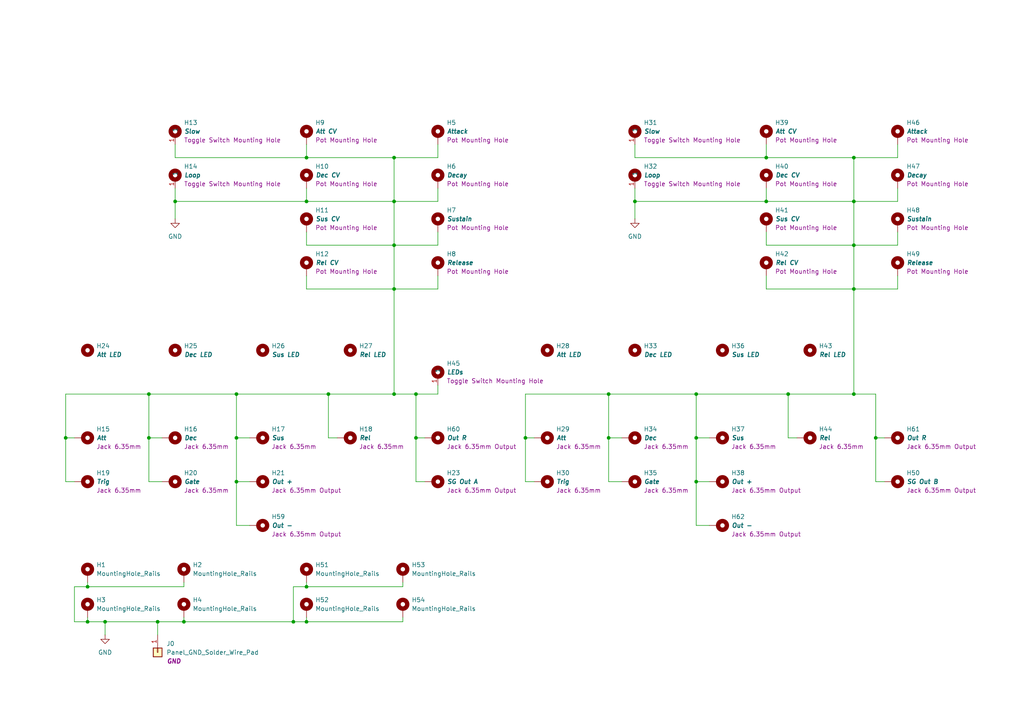
<source format=kicad_sch>
(kicad_sch (version 20250114) (generator "eeschema") (generator_version "9.0")
  (paper "A4")
  (title_block (title "Kosmo Format Front Panel - 15 cm") (company "DMH Instruments"))
  (lib_symbols
    (symbol "Mechanical:MountingHole" (pin_names (offset 1.016)) (exclude_from_sim yes) (in_bom no)
      (property "Reference" "H" (at 0 5.08 0))
      (property "Value" "MountingHole" (at 0 3.175 0))
      (symbol "MountingHole_0_1"
        (circle (center 0 0) (radius 1.27) (stroke (width 1.27)))
      )
    )
    (symbol "SynthStuff:MountingHole_Jack6.35mm_Output_v2" (pin_numbers (hide yes)) (pin_names (offset 1.016) (hide yes)) (exclude_from_sim yes) (in_bom no)
      (property "Reference" "H" (at 0 5.08 0))
      (property "Value" "SIGNAL NAME" (at 0 3.175 0))
      (property "Description" "Jack 6.35mm Output" (at 0.254 -3.302 0))
      (symbol "MountingHole_Jack6.35mm_Output_v2_0_1"
        (circle (center 0 0) (radius 1.27) (stroke (width 1.27)))
      )
      (symbol "MountingHole_Jack6.35mm_Output_v2_1_1"
        (pin input line (at -3.81 0 0) (length 2.54) (name "1") (number "1"))
      )
    )
    (symbol "SynthStuff:MountingHole_Jack6.35mm_v2" (pin_numbers (hide yes)) (pin_names (offset 1.016) (hide yes)) (exclude_from_sim yes) (in_bom no)
      (property "Reference" "H" (at 0 5.08 0))
      (property "Value" "SIGNAL NAME" (at 0 3.175 0))
      (property "Description" "Jack 6.35mm" (at 0 -3.048 0))
      (symbol "MountingHole_Jack6.35mm_v2_0_1"
        (circle (center 0 0) (radius 1.27) (stroke (width 1.27)))
      )
      (symbol "MountingHole_Jack6.35mm_v2_1_1"
        (pin input line (at -3.81 0 0) (length 2.54) (name "1") (number "1"))
      )
    )
    (symbol "SynthStuff:MountingHole_Pot" (pin_numbers (hide yes)) (pin_names (offset 1.016) (hide yes)) (exclude_from_sim yes)
      (property "Reference" "H" (at 0 6.35 0))
      (property "Value" "Function" (at 0 4.445 0))
      (property "Description" "Pot Mounting Hole" (at 0 0 0))
      (symbol "MountingHole_Pot_0_1"
        (circle (center 0 1.27) (radius 1.27) (stroke (width 1.27)))
      )
      (symbol "MountingHole_Pot_1_1"
        (pin input line (at 0 -2.54 90) (length 2.54) (name "1") (number "1"))
      )
    )
    (symbol "SynthStuff:MountingHole_Rails" (pin_numbers (hide yes)) (pin_names (offset 1.016) (hide yes)) (exclude_from_sim yes) (in_bom no)
      (property "Reference" "H" (at 0 6.35 0))
      (property "Value" "MountingHole_Rails" (at 0 4.445 0))
      (symbol "MountingHole_Rails_0_1"
        (circle (center 0 1.27) (radius 1.27) (stroke (width 1.27)))
      )
      (symbol "MountingHole_Rails_1_1"
        (pin input line (at 0 -2.54 90) (length 2.54) (name "1") (number "1"))
      )
    )
    (symbol "SynthStuff:MountingHole_ToggleSwitch" (pin_names (offset 1.016)) (exclude_from_sim yes) (in_bom no)
      (property "Reference" "H" (at 0 5.08 0))
      (property "Value" "Function" (at 0 3.175 0))
      (property "Description" "Toggle Switch Mounting Hole" (at 0 0 0))
      (symbol "MountingHole_ToggleSwitch_0_1"
        (circle (center 0 0) (radius 1.27) (stroke (width 1.27)))
      )
      (symbol "MountingHole_ToggleSwitch_1_1"
        (pin input line (at 0 -3.81 90) (length 2.54) (name "1") (number "1"))
      )
    )
    (symbol "SynthStuff:Panel_GND_Solder_Wire_Pad" (pin_names (offset 1.016) (hide yes)) (in_bom no)
      (property "Reference" "J" (at 0 2.54 0))
      (property "Value" "Panel_GND_Solder_Wire_Pad" (at 0 -5.08 0))
      (property "Function" "Panel GND" (at 0 -2.794 0))
      (symbol "Panel_GND_Solder_Wire_Pad_1_1"
        (rectangle (start -1.27 1.27) (end 1.27 -1.27) (stroke (width 0.254)) (fill (type background)))
        (rectangle (start -1.27 0.127) (end 0 -0.127) (stroke (width 0.1524)))
        (pin power_out line (at -5.08 0 0) (length 3.81) (name "Pin_1") (number "1"))
      )
    )
    (symbol "power:GND" (power) (pin_numbers (hide yes)) (pin_names (offset 0) (hide yes))
      (property "Value" "GND" (at 0 -3.81 0))
      (symbol "GND_0_1"
        (polyline (pts (xy 0 0) (xy 0 -1.27) (xy 1.27 -1.27) (xy 0 -2.54) (xy -1.27 -1.27) (xy 0 -1.27)))
      )
      (symbol "GND_1_1"
        (pin power_in line (at 0 0 270) (length 0) (name "~") (number "1"))
      )
    )
  )
  (junction (at 88.9 180.34))
  (junction (at 88.9 170.18))
  (junction (at 68.58 127))
  (junction (at 201.93 139.7))
  (junction (at 201.93 114.3))
  (junction (at 50.8 58.42))
  (junction (at 184.15 58.42))
  (junction (at 68.58 139.7))
  (junction (at 247.65 83.82))
  (junction (at 247.65 58.42))
  (junction (at 53.34 180.34))
  (junction (at 43.18 114.3))
  (junction (at 247.65 45.72))
  (junction (at 88.9 58.42))
  (junction (at 254 127))
  (junction (at 43.18 127))
  (junction (at 114.3 83.82))
  (junction (at 222.25 45.72))
  (junction (at 222.25 58.42))
  (junction (at 176.53 114.3))
  (junction (at 25.4 180.34))
  (junction (at 85.09 180.34))
  (junction (at 247.65 114.3))
  (junction (at 120.65 127))
  (junction (at 30.48 180.34))
  (junction (at 114.3 58.42))
  (junction (at 120.65 114.3))
  (junction (at 45.72 180.34))
  (junction (at 114.3 114.3))
  (junction (at 152.4 127))
  (junction (at 95.25 114.3))
  (junction (at 201.93 127))
  (junction (at 19.05 127))
  (junction (at 25.4 170.18))
  (junction (at 176.53 127))
  (junction (at 114.3 71.12))
  (junction (at 88.9 45.72))
  (junction (at 114.3 45.72))
  (junction (at 228.6 114.3))
  (junction (at 247.65 71.12))
  (junction (at 68.58 114.3))
  (wire (pts (xy 127 111.76) (xy 127 114.3)))
  (wire (pts (xy 205.74 139.7) (xy 201.93 139.7)))
  (wire (pts (xy 19.05 114.3) (xy 43.18 114.3)))
  (wire (pts (xy 114.3 71.12) (xy 114.3 83.82)))
  (wire (pts (xy 88.9 54.61) (xy 88.9 58.42)))
  (wire (pts (xy 68.58 127) (xy 72.39 127)))
  (wire (pts (xy 222.25 58.42) (xy 247.65 58.42)))
  (wire (pts (xy 127 114.3) (xy 120.65 114.3)))
  (wire (pts (xy 19.05 127) (xy 19.05 114.3)))
  (wire (pts (xy 127 83.82) (xy 127 80.01)))
  (wire (pts (xy 95.25 114.3) (xy 114.3 114.3)))
  (wire (pts (xy 53.34 179.07) (xy 53.34 180.34)))
  (wire (pts (xy 88.9 80.01) (xy 88.9 83.82)))
  (wire (pts (xy 88.9 83.82) (xy 114.3 83.82)))
  (wire (pts (xy 88.9 45.72) (xy 114.3 45.72)))
  (wire (pts (xy 176.53 127) (xy 180.34 127)))
  (wire (pts (xy 114.3 114.3) (xy 120.65 114.3)))
  (wire (pts (xy 254 127) (xy 254 114.3)))
  (wire (pts (xy 205.74 152.4) (xy 201.93 152.4)))
  (wire (pts (xy 43.18 114.3) (xy 68.58 114.3)))
  (wire (pts (xy 247.65 71.12) (xy 260.35 71.12)))
  (wire (pts (xy 95.25 127) (xy 97.79 127)))
  (wire (pts (xy 68.58 127) (xy 68.58 114.3)))
  (wire (pts (xy 184.15 45.72) (xy 222.25 45.72)))
  (wire (pts (xy 25.4 170.18) (xy 53.34 170.18)))
  (wire (pts (xy 152.4 114.3) (xy 176.53 114.3)))
  (wire (pts (xy 25.4 180.34) (xy 25.4 179.07)))
  (wire (pts (xy 53.34 180.34) (xy 85.09 180.34)))
  (wire (pts (xy 222.25 45.72) (xy 247.65 45.72)))
  (wire (pts (xy 85.09 170.18) (xy 88.9 170.18)))
  (wire (pts (xy 120.65 127) (xy 123.19 127)))
  (wire (pts (xy 127 71.12) (xy 127 67.31)))
  (wire (pts (xy 222.25 80.01) (xy 222.25 83.82)))
  (wire (pts (xy 260.35 45.72) (xy 260.35 41.91)))
  (wire (pts (xy 19.05 139.7) (xy 19.05 127)))
  (wire (pts (xy 21.59 180.34) (xy 25.4 180.34)))
  (wire (pts (xy 247.65 71.12) (xy 247.65 83.82)))
  (wire (pts (xy 114.3 71.12) (xy 127 71.12)))
  (wire (pts (xy 228.6 114.3) (xy 247.65 114.3)))
  (wire (pts (xy 201.93 139.7) (xy 201.93 127)))
  (wire (pts (xy 88.9 67.31) (xy 88.9 71.12)))
  (wire (pts (xy 114.3 58.42) (xy 127 58.42)))
  (wire (pts (xy 247.65 58.42) (xy 260.35 58.42)))
  (wire (pts (xy 201.93 127) (xy 201.93 114.3)))
  (wire (pts (xy 45.72 180.34) (xy 45.72 184.15)))
  (wire (pts (xy 95.25 114.3) (xy 95.25 127)))
  (wire (pts (xy 116.84 179.07) (xy 116.84 180.34)))
  (wire (pts (xy 247.65 45.72) (xy 260.35 45.72)))
  (wire (pts (xy 88.9 71.12) (xy 114.3 71.12)))
  (wire (pts (xy 228.6 127) (xy 231.14 127)))
  (wire (pts (xy 222.25 67.31) (xy 222.25 71.12)))
  (wire (pts (xy 46.99 139.7) (xy 43.18 139.7)))
  (wire (pts (xy 176.53 127) (xy 176.53 114.3)))
  (wire (pts (xy 260.35 71.12) (xy 260.35 67.31)))
  (wire (pts (xy 180.34 139.7) (xy 176.53 139.7)))
  (wire (pts (xy 222.25 41.91) (xy 222.25 45.72)))
  (wire (pts (xy 50.8 54.61) (xy 50.8 58.42)))
  (wire (pts (xy 88.9 180.34) (xy 116.84 180.34)))
  (wire (pts (xy 123.19 139.7) (xy 120.65 139.7)))
  (wire (pts (xy 72.39 139.7) (xy 68.58 139.7)))
  (wire (pts (xy 21.59 170.18) (xy 25.4 170.18)))
  (wire (pts (xy 114.3 58.42) (xy 114.3 71.12)))
  (wire (pts (xy 254 139.7) (xy 254 127)))
  (wire (pts (xy 114.3 45.72) (xy 114.3 58.42)))
  (wire (pts (xy 85.09 180.34) (xy 88.9 180.34)))
  (wire (pts (xy 184.15 58.42) (xy 184.15 63.5)))
  (wire (pts (xy 260.35 58.42) (xy 260.35 54.61)))
  (wire (pts (xy 152.4 127) (xy 152.4 114.3)))
  (wire (pts (xy 72.39 152.4) (xy 68.58 152.4)))
  (wire (pts (xy 228.6 114.3) (xy 228.6 127)))
  (wire (pts (xy 88.9 41.91) (xy 88.9 45.72)))
  (wire (pts (xy 201.93 114.3) (xy 228.6 114.3)))
  (wire (pts (xy 30.48 180.34) (xy 30.48 184.15)))
  (wire (pts (xy 114.3 83.82) (xy 127 83.82)))
  (wire (pts (xy 254 127) (xy 256.54 127)))
  (wire (pts (xy 21.59 170.18) (xy 21.59 180.34)))
  (wire (pts (xy 88.9 58.42) (xy 114.3 58.42)))
  (wire (pts (xy 222.25 83.82) (xy 247.65 83.82)))
  (wire (pts (xy 53.34 168.91) (xy 53.34 170.18)))
  (wire (pts (xy 68.58 114.3) (xy 95.25 114.3)))
  (wire (pts (xy 154.94 127) (xy 152.4 127)))
  (wire (pts (xy 50.8 58.42) (xy 88.9 58.42)))
  (wire (pts (xy 256.54 139.7) (xy 254 139.7)))
  (wire (pts (xy 120.65 127) (xy 120.65 114.3)))
  (wire (pts (xy 247.65 45.72) (xy 247.65 58.42)))
  (wire (pts (xy 43.18 127) (xy 46.99 127)))
  (wire (pts (xy 68.58 152.4) (xy 68.58 139.7)))
  (wire (pts (xy 50.8 45.72) (xy 88.9 45.72)))
  (wire (pts (xy 222.25 54.61) (xy 222.25 58.42)))
  (wire (pts (xy 88.9 170.18) (xy 88.9 168.91)))
  (wire (pts (xy 201.93 127) (xy 205.74 127)))
  (wire (pts (xy 116.84 168.91) (xy 116.84 170.18)))
  (wire (pts (xy 260.35 83.82) (xy 260.35 80.01)))
  (wire (pts (xy 25.4 170.18) (xy 25.4 168.91)))
  (wire (pts (xy 247.65 114.3) (xy 254 114.3)))
  (wire (pts (xy 21.59 127) (xy 19.05 127)))
  (wire (pts (xy 184.15 41.91) (xy 184.15 45.72)))
  (wire (pts (xy 114.3 45.72) (xy 127 45.72)))
  (wire (pts (xy 120.65 139.7) (xy 120.65 127)))
  (wire (pts (xy 176.53 139.7) (xy 176.53 127)))
  (wire (pts (xy 68.58 139.7) (xy 68.58 127)))
  (wire (pts (xy 50.8 58.42) (xy 50.8 63.5)))
  (wire (pts (xy 184.15 54.61) (xy 184.15 58.42)))
  (wire (pts (xy 176.53 114.3) (xy 201.93 114.3)))
  (wire (pts (xy 45.72 180.34) (xy 53.34 180.34)))
  (wire (pts (xy 184.15 58.42) (xy 222.25 58.42)))
  (wire (pts (xy 50.8 41.91) (xy 50.8 45.72)))
  (wire (pts (xy 88.9 170.18) (xy 116.84 170.18)))
  (wire (pts (xy 127 45.72) (xy 127 41.91)))
  (wire (pts (xy 154.94 139.7) (xy 152.4 139.7)))
  (wire (pts (xy 247.65 83.82) (xy 260.35 83.82)))
  (wire (pts (xy 25.4 180.34) (xy 30.48 180.34)))
  (wire (pts (xy 114.3 83.82) (xy 114.3 114.3)))
  (wire (pts (xy 21.59 139.7) (xy 19.05 139.7)))
  (wire (pts (xy 152.4 139.7) (xy 152.4 127)))
  (wire (pts (xy 247.65 83.82) (xy 247.65 114.3)))
  (wire (pts (xy 88.9 180.34) (xy 88.9 179.07)))
  (wire (pts (xy 247.65 58.42) (xy 247.65 71.12)))
  (wire (pts (xy 127 58.42) (xy 127 54.61)))
  (wire (pts (xy 222.25 71.12) (xy 247.65 71.12)))
  (wire (pts (xy 201.93 139.7) (xy 201.93 152.4)))
  (wire (pts (xy 43.18 127) (xy 43.18 114.3)))
  (wire (pts (xy 43.18 139.7) (xy 43.18 127)))
  (wire (pts (xy 85.09 170.18) (xy 85.09 180.34)))
  (wire (pts (xy 30.48 180.34) (xy 45.72 180.34)))
  (symbol (lib_id "SynthStuff:MountingHole_Pot") (at 127 64.77 0) (unit 1)
    (property "Reference" "H7" (at 129.54 60.9599 0) (effects (justify left)))
    (property "Value" "Sustain" (at 129.54 63.5 0) (effects (font (thickness 0.254) (bold yes) (italic yes)) (justify left)))
    (property "Footprint" "SynthStuff:Pot_Cutout_Small" (effects (hide yes)))
    (property "Description" "Pot Mounting Hole" (at 129.54 66.0399 0) (effects (justify left)))
  )
  (symbol (lib_id "SynthStuff:MountingHole_Pot") (at 88.9 64.77 0) (unit 1)
    (property "Reference" "H11" (at 91.44 60.9599 0) (effects (justify left)))
    (property "Value" "Sus CV" (at 91.44 63.5 0) (effects (font (thickness 0.254) (bold yes) (italic yes)) (justify left)))
    (property "Footprint" "SynthStuff:Pot_Cutout_Tiny_attv_P110KH1" (effects (hide yes)))
    (property "Description" "Pot Mounting Hole" (at 91.44 66.0399 0) (effects (justify left)))
  )
  (symbol (lib_id "SynthStuff:MountingHole_Rails") (at 53.34 166.37 0) (unit 1) (in_bom no)
    (property "Reference" "H2" (at 55.88 163.8299 0) (effects (justify left)))
    (property "Value" "MountingHole_Rails" (at 55.88 166.3699 0) (effects (justify left)))
    (property "Footprint" "SynthStuff:MountingHole_Rails" (effects (hide yes)))
    (property "Description" "Mounting Hole with connection" (effects (hide yes)))
  )
  (symbol (lib_id "SynthStuff:MountingHole_Pot") (at 222.25 64.77 0) (unit 1)
    (property "Reference" "H41" (at 224.79 60.9599 0) (effects (justify left)))
    (property "Value" "Sus CV" (at 224.79 63.5 0) (effects (font (thickness 0.254) (bold yes) (italic yes)) (justify left)))
    (property "Footprint" "SynthStuff:Pot_Cutout_Tiny_attv_P110KH1" (effects (hide yes)))
    (property "Description" "Pot Mounting Hole" (at 224.79 66.0399 0) (effects (justify left)))
  )
  (symbol (lib_id "SynthStuff:MountingHole_Pot") (at 88.9 77.47 0) (unit 1)
    (property "Reference" "H12" (at 91.44 73.6599 0) (effects (justify left)))
    (property "Value" "Rel CV" (at 91.44 76.2 0) (effects (font (thickness 0.254) (bold yes) (italic yes)) (justify left)))
    (property "Footprint" "SynthStuff:Pot_Cutout_Tiny_attv_P110KH1" (effects (hide yes)))
    (property "Description" "Pot Mounting Hole" (at 91.44 78.7399 0) (effects (justify left)))
  )
  (symbol (lib_id "SynthStuff:MountingHole_Jack6.35mm_v2") (at 234.95 127 0) (unit 1) (in_bom no)
    (property "Reference" "H44" (at 237.49 124.4599 0) (effects (justify left)))
    (property "Value" "Rel" (at 237.49 127 0) (effects (font (thickness 0.254) (bold yes) (italic yes)) (justify left)))
    (property "Footprint" "SynthStuff:Jack_6.35mm_Cutout_v3" (effects (hide yes)))
    (property "Description" "Jack 6.35mm" (at 237.49 129.5399 0) (effects (justify left)))
  )
  (symbol (lib_id "SynthStuff:MountingHole_Pot") (at 88.9 39.37 0) (unit 1)
    (property "Reference" "H9" (at 91.44 35.5599 0) (effects (justify left)))
    (property "Value" "Att CV" (at 91.44 38.1 0) (effects (font (thickness 0.254) (bold yes) (italic yes)) (justify left)))
    (property "Footprint" "SynthStuff:Pot_Cutout_Tiny_attv_P110KH1" (effects (hide yes)))
    (property "Description" "Pot Mounting Hole" (at 91.44 40.6399 0) (effects (justify left)))
  )
  (symbol (lib_id "SynthStuff:MountingHole_Jack6.35mm_v2") (at 76.2 127 0) (unit 1) (in_bom no)
    (property "Reference" "H17" (at 78.74 124.4599 0) (effects (justify left)))
    (property "Value" "Sus" (at 78.74 127 0) (effects (font (thickness 0.254) (bold yes) (italic yes)) (justify left)))
    (property "Footprint" "SynthStuff:Jack_6.35mm_Cutout_v3" (effects (hide yes)))
    (property "Description" "Jack 6.35mm" (at 78.74 129.5399 0) (effects (justify left)))
  )
  (symbol (lib_id "SynthStuff:MountingHole_Pot") (at 260.35 39.37 0) (unit 1)
    (property "Reference" "H46" (at 262.89 35.5599 0) (effects (justify left)))
    (property "Value" "Attack" (at 262.89 38.1 0) (effects (font (thickness 0.254) (bold yes) (italic yes)) (justify left)))
    (property "Footprint" "SynthStuff:Pot_Cutout_Small" (effects (hide yes)))
    (property "Description" "Pot Mounting Hole" (at 262.89 40.6399 0) (effects (justify left)))
  )
  (symbol (lib_id "SynthStuff:MountingHole_Jack6.35mm_v2") (at 50.8 139.7 0) (unit 1) (in_bom no)
    (property "Reference" "H20" (at 53.34 137.1599 0) (effects (justify left)))
    (property "Value" "Gate" (at 53.34 139.7 0) (effects (font (thickness 0.254) (bold yes) (italic yes)) (justify left)))
    (property "Footprint" "SynthStuff:Jack_6.35mm_Cutout_v3" (effects (hide yes)))
    (property "Description" "Jack 6.35mm" (at 53.34 142.2399 0) (effects (justify left)))
  )
  (symbol (lib_id "SynthStuff:MountingHole_Pot") (at 260.35 77.47 0) (unit 1)
    (property "Reference" "H49" (at 262.89 73.6599 0) (effects (justify left)))
    (property "Value" "Release" (at 262.89 76.2 0) (effects (font (thickness 0.254) (bold yes) (italic yes)) (justify left)))
    (property "Footprint" "SynthStuff:Pot_Cutout_Small" (effects (hide yes)))
    (property "Description" "Pot Mounting Hole" (at 262.89 78.7399 0) (effects (justify left)))
  )
  (symbol (lib_id "SynthStuff:MountingHole_Jack6.35mm_Output_v2") (at 76.2 152.4 0) (unit 1) (in_bom no)
    (property "Reference" "H59" (at 78.74 149.8599 0) (effects (justify left)))
    (property "Value" "Out -" (at 78.74 152.4 0) (effects (font (thickness 0.254) (bold yes) (italic yes)) (justify left)))
    (property "Footprint" "SynthStuff:Jack_6.35mm_Cutout_Output_v6" (effects (hide yes)))
    (property "Description" "Jack 6.35mm Output" (at 78.74 154.9399 0) (effects (justify left)))
  )
  (symbol (lib_id "Mechanical:MountingHole") (at 209.55 101.6 0) (unit 1) (in_bom no)
    (property "Reference" "H36" (at 212.09 100.3299 0) (effects (justify left)))
    (property "Value" "Sus LED" (at 212.09 102.87 0) (effects (font (thickness 0.254) (bold yes) (italic yes)) (justify left)))
    (property "Footprint" "SynthStuff:MountingHole_LED_3mm" (effects (hide yes)))
    (property "Description" "Mounting Hole without connection" (effects (hide yes)))
  )
  (symbol (lib_id "Mechanical:MountingHole") (at 101.6 101.6 0) (unit 1) (in_bom no)
    (property "Reference" "H27" (at 104.14 100.3299 0) (effects (justify left)))
    (property "Value" "Rel LED" (at 104.14 102.87 0) (effects (font (thickness 0.254) (bold yes) (italic yes)) (justify left)))
    (property "Footprint" "SynthStuff:MountingHole_LED_3mm" (effects (hide yes)))
    (property "Description" "Mounting Hole without connection" (effects (hide yes)))
  )
  (symbol (lib_id "SynthStuff:MountingHole_ToggleSwitch") (at 50.8 38.1 0) (unit 1) (in_bom no)
    (property "Reference" "H13" (at 53.34 35.5599 0) (effects (justify left)))
    (property "Value" "Slow" (at 53.34 38.1 0) (effects (font (thickness 0.254) (bold yes) (italic yes)) (justify left)))
    (property "Footprint" "SynthStuff:Toggle_Switch_TE_Cutout" (effects (hide yes)))
    (property "Description" "Toggle Switch Mounting Hole" (at 53.34 40.6399 0) (effects (justify left)))
  )
  (symbol (lib_id "Mechanical:MountingHole") (at 50.8 101.6 0) (unit 1) (in_bom no)
    (property "Reference" "H25" (at 53.34 100.3299 0) (effects (justify left)))
    (property "Value" "Dec LED" (at 53.34 102.87 0) (effects (font (thickness 0.254) (bold yes) (italic yes)) (justify left)))
    (property "Footprint" "SynthStuff:MountingHole_LED_3mm" (effects (hide yes)))
    (property "Description" "Mounting Hole without connection" (effects (hide yes)))
  )
  (symbol (lib_id "SynthStuff:MountingHole_Pot") (at 222.25 52.07 0) (unit 1)
    (property "Reference" "H40" (at 224.79 48.2599 0) (effects (justify left)))
    (property "Value" "Dec CV" (at 224.79 50.8 0) (effects (font (thickness 0.254) (bold yes) (italic yes)) (justify left)))
    (property "Footprint" "SynthStuff:Pot_Cutout_Tiny_attv_P110KH1" (effects (hide yes)))
    (property "Description" "Pot Mounting Hole" (at 224.79 53.3399 0) (effects (justify left)))
  )
  (symbol (lib_id "SynthStuff:MountingHole_Pot") (at 127 52.07 0) (unit 1)
    (property "Reference" "H6" (at 129.54 48.2599 0) (effects (justify left)))
    (property "Value" "Decay" (at 129.54 50.8 0) (effects (font (thickness 0.254) (bold yes) (italic yes)) (justify left)))
    (property "Footprint" "SynthStuff:Pot_Cutout_Small" (effects (hide yes)))
    (property "Description" "Pot Mounting Hole" (at 129.54 53.3399 0) (effects (justify left)))
  )
  (symbol (lib_id "SynthStuff:MountingHole_ToggleSwitch") (at 50.8 50.8 0) (unit 1) (in_bom no)
    (property "Reference" "H14" (at 53.34 48.2599 0) (effects (justify left)))
    (property "Value" "Loop" (at 53.34 50.8 0) (effects (font (thickness 0.254) (bold yes) (italic yes)) (justify left)))
    (property "Footprint" "SynthStuff:Toggle_Switch_TE_Cutout" (effects (hide yes)))
    (property "Description" "Toggle Switch Mounting Hole" (at 53.34 53.3399 0) (effects (justify left)))
  )
  (symbol (lib_id "SynthStuff:MountingHole_Pot") (at 222.25 77.47 0) (unit 1)
    (property "Reference" "H42" (at 224.79 73.6599 0) (effects (justify left)))
    (property "Value" "Rel CV" (at 224.79 76.2 0) (effects (font (thickness 0.254) (bold yes) (italic yes)) (justify left)))
    (property "Footprint" "SynthStuff:Pot_Cutout_Tiny_attv_P110KH1" (effects (hide yes)))
    (property "Description" "Pot Mounting Hole" (at 224.79 78.7399 0) (effects (justify left)))
  )
  (symbol (lib_id "power:GND") (at 30.48 184.15 0) (unit 1)
    (property "Reference" "#PWR01" (effects (hide yes)))
    (property "Value" "GND" (at 30.48 189.23 0))
    (property "Description" "Power symbol creates a global label with name \"GND\" , ground" (effects (hide yes)))
  )
  (symbol (lib_id "power:GND") (at 50.8 63.5 0) (unit 1)
    (property "Reference" "#PWR02" (effects (hide yes)))
    (property "Value" "GND" (at 50.8 68.58 0))
    (property "Description" "Power symbol creates a global label with name \"GND\" , ground" (effects (hide yes)))
  )
  (symbol (lib_id "SynthStuff:MountingHole_Jack6.35mm_v2") (at 184.15 127 0) (unit 1) (in_bom no)
    (property "Reference" "H34" (at 186.69 124.4599 0) (effects (justify left)))
    (property "Value" "Dec" (at 186.69 127 0) (effects (font (thickness 0.254) (bold yes) (italic yes)) (justify left)))
    (property "Footprint" "SynthStuff:Jack_6.35mm_Cutout_v3" (effects (hide yes)))
    (property "Description" "Jack 6.35mm" (at 186.69 129.5399 0) (effects (justify left)))
  )
  (symbol (lib_id "SynthStuff:MountingHole_ToggleSwitch") (at 184.15 50.8 0) (unit 1) (in_bom no)
    (property "Reference" "H32" (at 186.69 48.2599 0) (effects (justify left)))
    (property "Value" "Loop" (at 186.69 50.8 0) (effects (font (thickness 0.254) (bold yes) (italic yes)) (justify left)))
    (property "Footprint" "SynthStuff:Toggle_Switch_TE_Cutout" (effects (hide yes)))
    (property "Description" "Toggle Switch Mounting Hole" (at 186.69 53.3399 0) (effects (justify left)))
  )
  (symbol (lib_id "SynthStuff:MountingHole_Pot") (at 127 39.37 0) (unit 1)
    (property "Reference" "H5" (at 129.54 35.5599 0) (effects (justify left)))
    (property "Value" "Attack" (at 129.54 38.1 0) (effects (font (thickness 0.254) (bold yes) (italic yes)) (justify left)))
    (property "Footprint" "SynthStuff:Pot_Cutout_Small" (effects (hide yes)))
    (property "Description" "Pot Mounting Hole" (at 129.54 40.6399 0) (effects (justify left)))
  )
  (symbol (lib_id "SynthStuff:MountingHole_Jack6.35mm_v2") (at 158.75 127 0) (unit 1) (in_bom no)
    (property "Reference" "H29" (at 161.29 124.4599 0) (effects (justify left)))
    (property "Value" "Att" (at 161.29 127 0) (effects (font (thickness 0.254) (bold yes) (italic yes)) (justify left)))
    (property "Footprint" "SynthStuff:Jack_6.35mm_Cutout_v3" (effects (hide yes)))
    (property "Description" "Jack 6.35mm" (at 161.29 129.5399 0) (effects (justify left)))
  )
  (symbol (lib_id "SynthStuff:MountingHole_Jack6.35mm_v2") (at 25.4 127 0) (unit 1) (in_bom no)
    (property "Reference" "H15" (at 27.94 124.4599 0) (effects (justify left)))
    (property "Value" "Att" (at 27.94 127 0) (effects (font (thickness 0.254) (bold yes) (italic yes)) (justify left)))
    (property "Footprint" "SynthStuff:Jack_6.35mm_Cutout_v3" (effects (hide yes)))
    (property "Description" "Jack 6.35mm" (at 27.94 129.5399 0) (effects (justify left)))
  )
  (symbol (lib_id "SynthStuff:MountingHole_Pot") (at 260.35 64.77 0) (unit 1)
    (property "Reference" "H48" (at 262.89 60.9599 0) (effects (justify left)))
    (property "Value" "Sustain" (at 262.89 63.5 0) (effects (font (thickness 0.254) (bold yes) (italic yes)) (justify left)))
    (property "Footprint" "SynthStuff:Pot_Cutout_Small" (effects (hide yes)))
    (property "Description" "Pot Mounting Hole" (at 262.89 66.0399 0) (effects (justify left)))
  )
  (symbol (lib_id "SynthStuff:MountingHole_Jack6.35mm_v2") (at 184.15 139.7 0) (unit 1) (in_bom no)
    (property "Reference" "H35" (at 186.69 137.1599 0) (effects (justify left)))
    (property "Value" "Gate" (at 186.69 139.7 0) (effects (font (thickness 0.254) (bold yes) (italic yes)) (justify left)))
    (property "Footprint" "SynthStuff:Jack_6.35mm_Cutout_v3" (effects (hide yes)))
    (property "Description" "Jack 6.35mm" (at 186.69 142.2399 0) (effects (justify left)))
  )
  (symbol (lib_id "SynthStuff:MountingHole_Jack6.35mm_v2") (at 50.8 127 0) (unit 1) (in_bom no)
    (property "Reference" "H16" (at 53.34 124.4599 0) (effects (justify left)))
    (property "Value" "Dec" (at 53.34 127 0) (effects (font (thickness 0.254) (bold yes) (italic yes)) (justify left)))
    (property "Footprint" "SynthStuff:Jack_6.35mm_Cutout_v3" (effects (hide yes)))
    (property "Description" "Jack 6.35mm" (at 53.34 129.5399 0) (effects (justify left)))
  )
  (symbol (lib_id "Mechanical:MountingHole") (at 25.4 101.6 0) (unit 1) (in_bom no)
    (property "Reference" "H24" (at 27.94 100.3299 0) (effects (justify left)))
    (property "Value" "Att LED" (at 27.94 102.87 0) (effects (font (thickness 0.254) (bold yes) (italic yes)) (justify left)))
    (property "Footprint" "SynthStuff:MountingHole_LED_3mm" (effects (hide yes)))
    (property "Description" "Mounting Hole without connection" (effects (hide yes)))
  )
  (symbol (lib_id "SynthStuff:MountingHole_Rails") (at 116.84 176.53 0) (unit 1) (in_bom no)
    (property "Reference" "H54" (at 119.38 173.9899 0) (effects (justify left)))
    (property "Value" "MountingHole_Rails" (at 119.38 176.5299 0) (effects (justify left)))
    (property "Footprint" "SynthStuff:MountingHole_Rails" (effects (hide yes)))
    (property "Description" "Mounting Hole with connection" (effects (hide yes)))
  )
  (symbol (lib_id "SynthStuff:MountingHole_Pot") (at 260.35 52.07 0) (unit 1)
    (property "Reference" "H47" (at 262.89 48.2599 0) (effects (justify left)))
    (property "Value" "Decay" (at 262.89 50.8 0) (effects (font (thickness 0.254) (bold yes) (italic yes)) (justify left)))
    (property "Footprint" "SynthStuff:Pot_Cutout_Small" (effects (hide yes)))
    (property "Description" "Pot Mounting Hole" (at 262.89 53.3399 0) (effects (justify left)))
  )
  (symbol (lib_id "SynthStuff:MountingHole_Jack6.35mm_v2") (at 209.55 127 0) (unit 1) (in_bom no)
    (property "Reference" "H37" (at 212.09 124.4599 0) (effects (justify left)))
    (property "Value" "Sus" (at 212.09 127 0) (effects (font (thickness 0.254) (bold yes) (italic yes)) (justify left)))
    (property "Footprint" "SynthStuff:Jack_6.35mm_Cutout_v3" (effects (hide yes)))
    (property "Description" "Jack 6.35mm" (at 212.09 129.5399 0) (effects (justify left)))
  )
  (symbol (lib_id "SynthStuff:MountingHole_Jack6.35mm_v2") (at 101.6 127 0) (unit 1) (in_bom no)
    (property "Reference" "H18" (at 104.14 124.4599 0) (effects (justify left)))
    (property "Value" "Rel" (at 104.14 127 0) (effects (font (thickness 0.254) (bold yes) (italic yes)) (justify left)))
    (property "Footprint" "SynthStuff:Jack_6.35mm_Cutout_v3" (effects (hide yes)))
    (property "Description" "Jack 6.35mm" (at 104.14 129.5399 0) (effects (justify left)))
  )
  (symbol (lib_id "Mechanical:MountingHole") (at 76.2 101.6 0) (unit 1) (in_bom no)
    (property "Reference" "H26" (at 78.74 100.3299 0) (effects (justify left)))
    (property "Value" "Sus LED" (at 78.74 102.87 0) (effects (font (thickness 0.254) (bold yes) (italic yes)) (justify left)))
    (property "Footprint" "SynthStuff:MountingHole_LED_3mm" (effects (hide yes)))
    (property "Description" "Mounting Hole without connection" (effects (hide yes)))
  )
  (symbol (lib_id "SynthStuff:MountingHole_Rails") (at 116.84 166.37 0) (unit 1) (in_bom no)
    (property "Reference" "H53" (at 119.38 163.8299 0) (effects (justify left)))
    (property "Value" "MountingHole_Rails" (at 119.38 166.3699 0) (effects (justify left)))
    (property "Footprint" "SynthStuff:MountingHole_Rails" (effects (hide yes)))
    (property "Description" "Mounting Hole with connection" (effects (hide yes)))
  )
  (symbol (lib_id "SynthStuff:MountingHole_Jack6.35mm_Output_v2") (at 76.2 139.7 0) (unit 1) (in_bom no)
    (property "Reference" "H21" (at 78.74 137.1599 0) (effects (justify left)))
    (property "Value" "Out +" (at 78.74 139.7 0) (effects (font (thickness 0.254) (bold yes) (italic yes)) (justify left)))
    (property "Footprint" "SynthStuff:Jack_6.35mm_Cutout_Output_v6" (effects (hide yes)))
    (property "Description" "Jack 6.35mm Output" (at 78.74 142.2399 0) (effects (justify left)))
  )
  (symbol (lib_id "SynthStuff:MountingHole_Jack6.35mm_Output_v2") (at 209.55 152.4 0) (unit 1) (in_bom no)
    (property "Reference" "H62" (at 212.09 149.8599 0) (effects (justify left)))
    (property "Value" "Out -" (at 212.09 152.4 0) (effects (font (thickness 0.254) (bold yes) (italic yes)) (justify left)))
    (property "Footprint" "SynthStuff:Jack_6.35mm_Cutout_Output_v6" (effects (hide yes)))
    (property "Description" "Jack 6.35mm Output" (at 212.09 154.9399 0) (effects (justify left)))
  )
  (symbol (lib_id "SynthStuff:MountingHole_Pot") (at 88.9 52.07 0) (unit 1)
    (property "Reference" "H10" (at 91.44 48.2599 0) (effects (justify left)))
    (property "Value" "Dec CV" (at 91.44 50.8 0) (effects (font (thickness 0.254) (bold yes) (italic yes)) (justify left)))
    (property "Footprint" "SynthStuff:Pot_Cutout_Tiny_attv_P110KH1" (effects (hide yes)))
    (property "Description" "Pot Mounting Hole" (at 91.44 53.3399 0) (effects (justify left)))
  )
  (symbol (lib_id "SynthStuff:MountingHole_Pot") (at 222.25 39.37 0) (unit 1)
    (property "Reference" "H39" (at 224.79 35.5599 0) (effects (justify left)))
    (property "Value" "Att CV" (at 224.79 38.1 0) (effects (font (thickness 0.254) (bold yes) (italic yes)) (justify left)))
    (property "Footprint" "SynthStuff:Pot_Cutout_Tiny_attv_P110KH1" (effects (hide yes)))
    (property "Description" "Pot Mounting Hole" (at 224.79 40.6399 0) (effects (justify left)))
  )
  (symbol (lib_id "SynthStuff:MountingHole_Rails") (at 25.4 176.53 0) (unit 1) (in_bom no)
    (property "Reference" "H3" (at 27.94 173.9899 0) (effects (justify left)))
    (property "Value" "MountingHole_Rails" (at 27.94 176.5299 0) (effects (justify left)))
    (property "Footprint" "SynthStuff:MountingHole_Rails" (effects (hide yes)))
    (property "Description" "Mounting Hole with connection" (effects (hide yes)))
  )
  (symbol (lib_id "SynthStuff:MountingHole_ToggleSwitch") (at 184.15 38.1 0) (unit 1) (in_bom no)
    (property "Reference" "H31" (at 186.69 35.5599 0) (effects (justify left)))
    (property "Value" "Slow" (at 186.69 38.1 0) (effects (font (thickness 0.254) (bold yes) (italic yes)) (justify left)))
    (property "Footprint" "SynthStuff:Toggle_Switch_TE_Cutout" (effects (hide yes)))
    (property "Description" "Toggle Switch Mounting Hole" (at 186.69 40.6399 0) (effects (justify left)))
  )
  (symbol (lib_id "SynthStuff:MountingHole_Jack6.35mm_Output_v2") (at 260.35 127 0) (unit 1) (in_bom no)
    (property "Reference" "H61" (at 262.89 124.4599 0) (effects (justify left)))
    (property "Value" "Out R" (at 262.89 127 0) (effects (font (thickness 0.254) (bold yes) (italic yes)) (justify left)))
    (property "Footprint" "SynthStuff:Jack_6.35mm_Cutout_Output_v6" (effects (hide yes)))
    (property "Description" "Jack 6.35mm Output" (at 262.89 129.5399 0) (effects (justify left)))
  )
  (symbol (lib_id "Mechanical:MountingHole") (at 184.15 101.6 0) (unit 1) (in_bom no)
    (property "Reference" "H33" (at 186.69 100.3299 0) (effects (justify left)))
    (property "Value" "Dec LED" (at 186.69 102.87 0) (effects (font (thickness 0.254) (bold yes) (italic yes)) (justify left)))
    (property "Footprint" "SynthStuff:MountingHole_LED_3mm" (effects (hide yes)))
    (property "Description" "Mounting Hole without connection" (effects (hide yes)))
  )
  (symbol (lib_id "SynthStuff:MountingHole_Pot") (at 127 77.47 0) (unit 1)
    (property "Reference" "H8" (at 129.54 73.6599 0) (effects (justify left)))
    (property "Value" "Release" (at 129.54 76.2 0) (effects (font (thickness 0.254) (bold yes) (italic yes)) (justify left)))
    (property "Footprint" "SynthStuff:Pot_Cutout_Small" (effects (hide yes)))
    (property "Description" "Pot Mounting Hole" (at 129.54 78.7399 0) (effects (justify left)))
  )
  (symbol (lib_id "SynthStuff:MountingHole_Rails") (at 88.9 176.53 0) (unit 1) (in_bom no)
    (property "Reference" "H52" (at 91.44 173.9899 0) (effects (justify left)))
    (property "Value" "MountingHole_Rails" (at 91.44 176.5299 0) (effects (justify left)))
    (property "Footprint" "SynthStuff:MountingHole_Rails" (effects (hide yes)))
    (property "Description" "Mounting Hole with connection" (effects (hide yes)))
  )
  (symbol (lib_id "SynthStuff:MountingHole_ToggleSwitch") (at 127 107.95 0) (unit 1) (in_bom no)
    (property "Reference" "H45" (at 129.54 105.4099 0) (effects (justify left)))
    (property "Value" "LEDs" (at 129.54 107.95 0) (effects (font (thickness 0.254) (bold yes) (italic yes)) (justify left)))
    (property "Footprint" "SynthStuff:Toggle_Switch_TE_Cutout" (effects (hide yes)))
    (property "Description" "Toggle Switch Mounting Hole" (at 129.54 110.4899 0) (effects (justify left)))
  )
  (symbol (lib_id "SynthStuff:MountingHole_Jack6.35mm_Output_v2") (at 260.35 139.7 0) (unit 1) (in_bom no)
    (property "Reference" "H50" (at 262.89 137.1599 0) (effects (justify left)))
    (property "Value" "SG Out B" (at 262.89 139.7 0) (effects (font (thickness 0.254) (bold yes) (italic yes)) (justify left)))
    (property "Footprint" "SynthStuff:Jack_6.35mm_Cutout_Output_v6" (effects (hide yes)))
    (property "Description" "Jack 6.35mm Output" (at 262.89 142.2399 0) (effects (justify left)))
  )
  (symbol (lib_id "SynthStuff:MountingHole_Jack6.35mm_v2") (at 158.75 139.7 0) (unit 1) (in_bom no)
    (property "Reference" "H30" (at 161.29 137.1599 0) (effects (justify left)))
    (property "Value" "Trig" (at 161.29 139.7 0) (effects (font (thickness 0.254) (bold yes) (italic yes)) (justify left)))
    (property "Footprint" "SynthStuff:Jack_6.35mm_Cutout_v3" (effects (hide yes)))
    (property "Description" "Jack 6.35mm" (at 161.29 142.2399 0) (effects (justify left)))
  )
  (symbol (lib_id "power:GND") (at 184.15 63.5 0) (unit 1)
    (property "Reference" "#PWR03" (effects (hide yes)))
    (property "Value" "GND" (at 184.15 68.58 0))
    (property "Description" "Power symbol creates a global label with name \"GND\" , ground" (effects (hide yes)))
  )
  (symbol (lib_id "SynthStuff:MountingHole_Jack6.35mm_v2") (at 25.4 139.7 0) (unit 1) (in_bom no)
    (property "Reference" "H19" (at 27.94 137.1599 0) (effects (justify left)))
    (property "Value" "Trig" (at 27.94 139.7 0) (effects (font (thickness 0.254) (bold yes) (italic yes)) (justify left)))
    (property "Footprint" "SynthStuff:Jack_6.35mm_Cutout_v3" (effects (hide yes)))
    (property "Description" "Jack 6.35mm" (at 27.94 142.2399 0) (effects (justify left)))
  )
  (symbol (lib_id "SynthStuff:MountingHole_Jack6.35mm_Output_v2") (at 127 127 0) (unit 1) (in_bom no)
    (property "Reference" "H60" (at 129.54 124.4599 0) (effects (justify left)))
    (property "Value" "Out R" (at 129.54 127 0) (effects (font (thickness 0.254) (bold yes) (italic yes)) (justify left)))
    (property "Footprint" "SynthStuff:Jack_6.35mm_Cutout_Output_v6" (effects (hide yes)))
    (property "Description" "Jack 6.35mm Output" (at 129.54 129.5399 0) (effects (justify left)))
  )
  (symbol (lib_id "Mechanical:MountingHole") (at 158.75 101.6 0) (unit 1) (in_bom no)
    (property "Reference" "H28" (at 161.29 100.3299 0) (effects (justify left)))
    (property "Value" "Att LED" (at 161.29 102.87 0) (effects (font (thickness 0.254) (bold yes) (italic yes)) (justify left)))
    (property "Footprint" "SynthStuff:MountingHole_LED_3mm" (effects (hide yes)))
    (property "Description" "Mounting Hole without connection" (effects (hide yes)))
  )
  (symbol (lib_id "Mechanical:MountingHole") (at 234.95 101.6 0) (unit 1) (in_bom no)
    (property "Reference" "H43" (at 237.49 100.3299 0) (effects (justify left)))
    (property "Value" "Rel LED" (at 237.49 102.87 0) (effects (font (thickness 0.254) (bold yes) (italic yes)) (justify left)))
    (property "Footprint" "SynthStuff:MountingHole_LED_3mm" (effects (hide yes)))
    (property "Description" "Mounting Hole without connection" (effects (hide yes)))
  )
  (symbol (lib_id "SynthStuff:MountingHole_Jack6.35mm_Output_v2") (at 209.55 139.7 0) (unit 1) (in_bom no)
    (property "Reference" "H38" (at 212.09 137.1599 0) (effects (justify left)))
    (property "Value" "Out +" (at 212.09 139.7 0) (effects (font (thickness 0.254) (bold yes) (italic yes)) (justify left)))
    (property "Footprint" "SynthStuff:Jack_6.35mm_Cutout_Output_v6" (effects (hide yes)))
    (property "Description" "Jack 6.35mm Output" (at 212.09 142.2399 0) (effects (justify left)))
  )
  (symbol (lib_id "SynthStuff:MountingHole_Rails") (at 53.34 176.53 0) (unit 1) (in_bom no)
    (property "Reference" "H4" (at 55.88 173.9899 0) (effects (justify left)))
    (property "Value" "MountingHole_Rails" (at 55.88 176.5299 0) (effects (justify left)))
    (property "Footprint" "SynthStuff:MountingHole_Rails" (effects (hide yes)))
    (property "Description" "Mounting Hole with connection" (effects (hide yes)))
  )
  (symbol (lib_id "SynthStuff:Panel_GND_Solder_Wire_Pad") (at 45.72 189.23 270) (unit 1) (in_bom no)
    (property "Reference" "J0" (at 48.26 186.6899 90) (effects (justify left)))
    (property "Value" "Panel_GND_Solder_Wire_Pad" (at 48.26 189.2299 90) (effects (justify left)))
    (property "Footprint" "SynthStuff:Panel_GND_SolderWirePad_5x10mm" (effects (hide yes)))
    (property "Description" "Solder pad to allow connection between PCB and Front Panel" (effects (hide yes)))
    (property "Function" "GND" (at 48.26 191.77 90) (effects (font (thickness 0.254) (bold yes) (italic yes)) (justify left)))
  )
  (symbol (lib_id "SynthStuff:MountingHole_Jack6.35mm_Output_v2") (at 127 139.7 0) (unit 1) (in_bom no)
    (property "Reference" "H23" (at 129.54 137.1599 0) (effects (justify left)))
    (property "Value" "SG Out A" (at 129.54 139.7 0) (effects (font (thickness 0.254) (bold yes) (italic yes)) (justify left)))
    (property "Footprint" "SynthStuff:Jack_6.35mm_Cutout_Output_v6" (effects (hide yes)))
    (property "Description" "Jack 6.35mm Output" (at 129.54 142.2399 0) (effects (justify left)))
  )
  (symbol (lib_id "SynthStuff:MountingHole_Rails") (at 88.9 166.37 0) (unit 1) (in_bom no)
    (property "Reference" "H51" (at 91.44 163.8299 0) (effects (justify left)))
    (property "Value" "MountingHole_Rails" (at 91.44 166.3699 0) (effects (justify left)))
    (property "Footprint" "SynthStuff:MountingHole_Rails" (effects (hide yes)))
    (property "Description" "Mounting Hole with connection" (effects (hide yes)))
  )
  (symbol (lib_id "SynthStuff:MountingHole_Rails") (at 25.4 166.37 0) (unit 1) (in_bom no)
    (property "Reference" "H1" (at 27.94 163.8299 0) (effects (justify left)))
    (property "Value" "MountingHole_Rails" (at 27.94 166.3699 0) (effects (justify left)))
    (property "Footprint" "SynthStuff:MountingHole_Rails" (effects (hide yes)))
    (property "Description" "Mounting Hole with connection" (effects (hide yes)))
  )
)
</source>
